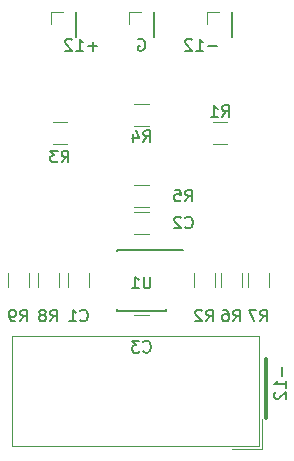
<source format=gbr>
G04 #@! TF.GenerationSoftware,KiCad,Pcbnew,(5.0.1)-4*
G04 #@! TF.CreationDate,2019-03-05T01:38:52-06:00*
G04 #@! TF.ProjectId,util_LFO,7574696C5F4C464F2E6B696361645F70,rev?*
G04 #@! TF.SameCoordinates,Original*
G04 #@! TF.FileFunction,Legend,Bot*
G04 #@! TF.FilePolarity,Positive*
%FSLAX46Y46*%
G04 Gerber Fmt 4.6, Leading zero omitted, Abs format (unit mm)*
G04 Created by KiCad (PCBNEW (5.0.1)-4) date 3/5/2019 1:38:52*
%MOMM*%
%LPD*%
G01*
G04 APERTURE LIST*
%ADD10C,0.300000*%
%ADD11C,0.150000*%
%ADD12C,0.120000*%
G04 APERTURE END LIST*
D10*
X106070400Y-88188800D02*
X106070400Y-93218000D01*
D11*
X107361028Y-88887466D02*
X107361028Y-89649371D01*
X107741980Y-90649371D02*
X107741980Y-90077942D01*
X107741980Y-90363657D02*
X106741980Y-90363657D01*
X106884838Y-90268419D01*
X106980076Y-90173180D01*
X107027695Y-90077942D01*
X106837219Y-91030323D02*
X106789600Y-91077942D01*
X106741980Y-91173180D01*
X106741980Y-91411276D01*
X106789600Y-91506514D01*
X106837219Y-91554133D01*
X106932457Y-91601752D01*
X107027695Y-91601752D01*
X107170552Y-91554133D01*
X107741980Y-90982704D01*
X107741980Y-91601752D01*
X95242095Y-61158500D02*
X95337333Y-61110880D01*
X95480190Y-61110880D01*
X95623047Y-61158500D01*
X95718285Y-61253738D01*
X95765904Y-61348976D01*
X95813523Y-61539452D01*
X95813523Y-61682309D01*
X95765904Y-61872785D01*
X95718285Y-61968023D01*
X95623047Y-62063261D01*
X95480190Y-62110880D01*
X95384952Y-62110880D01*
X95242095Y-62063261D01*
X95194476Y-62015642D01*
X95194476Y-61682309D01*
X95384952Y-61682309D01*
X101917333Y-61729928D02*
X101155428Y-61729928D01*
X100155428Y-62110880D02*
X100726857Y-62110880D01*
X100441142Y-62110880D02*
X100441142Y-61110880D01*
X100536380Y-61253738D01*
X100631619Y-61348976D01*
X100726857Y-61396595D01*
X99774476Y-61206119D02*
X99726857Y-61158500D01*
X99631619Y-61110880D01*
X99393523Y-61110880D01*
X99298285Y-61158500D01*
X99250666Y-61206119D01*
X99203047Y-61301357D01*
X99203047Y-61396595D01*
X99250666Y-61539452D01*
X99822095Y-62110880D01*
X99203047Y-62110880D01*
X91757333Y-61729928D02*
X90995428Y-61729928D01*
X91376380Y-62110880D02*
X91376380Y-61348976D01*
X89995428Y-62110880D02*
X90566857Y-62110880D01*
X90281142Y-62110880D02*
X90281142Y-61110880D01*
X90376380Y-61253738D01*
X90471619Y-61348976D01*
X90566857Y-61396595D01*
X89614476Y-61206119D02*
X89566857Y-61158500D01*
X89471619Y-61110880D01*
X89233523Y-61110880D01*
X89138285Y-61158500D01*
X89090666Y-61206119D01*
X89043047Y-61301357D01*
X89043047Y-61396595D01*
X89090666Y-61539452D01*
X89662095Y-62110880D01*
X89043047Y-62110880D01*
D12*
G04 #@! TO.C,J6*
X103168000Y-58820500D02*
X103168000Y-60940500D01*
X103108000Y-58820500D02*
X103168000Y-58820500D01*
X103108000Y-60940500D02*
X103168000Y-60940500D01*
X103108000Y-58820500D02*
X103108000Y-60940500D01*
X102108000Y-58820500D02*
X101048000Y-58820500D01*
X101048000Y-58820500D02*
X101048000Y-59880500D01*
G04 #@! TO.C,C1*
X91080000Y-82136064D02*
X91080000Y-80931936D01*
X89260000Y-82136064D02*
X89260000Y-80931936D01*
G04 #@! TO.C,C2*
X94901936Y-75798000D02*
X96106064Y-75798000D01*
X94901936Y-77618000D02*
X96106064Y-77618000D01*
G04 #@! TO.C,C3*
X94901936Y-86304800D02*
X96106064Y-86304800D01*
X94901936Y-84484800D02*
X96106064Y-84484800D01*
G04 #@! TO.C,J3*
X105426000Y-86257000D02*
X84566000Y-86257000D01*
X84566000Y-86257000D02*
X84566000Y-95607000D01*
X84566000Y-95607000D02*
X105426000Y-95607000D01*
X105426000Y-95607000D02*
X105426000Y-86257000D01*
X105676000Y-95857000D02*
X103136000Y-95857000D01*
X105676000Y-95857000D02*
X105676000Y-93317000D01*
G04 #@! TO.C,J4*
X89960000Y-58820500D02*
X89960000Y-60940500D01*
X89900000Y-58820500D02*
X89960000Y-58820500D01*
X89900000Y-60940500D02*
X89960000Y-60940500D01*
X89900000Y-58820500D02*
X89900000Y-60940500D01*
X88900000Y-58820500D02*
X87840000Y-58820500D01*
X87840000Y-58820500D02*
X87840000Y-59880500D01*
G04 #@! TO.C,J5*
X94444000Y-58820500D02*
X94444000Y-59880500D01*
X95504000Y-58820500D02*
X94444000Y-58820500D01*
X96504000Y-58820500D02*
X96504000Y-60940500D01*
X96504000Y-60940500D02*
X96564000Y-60940500D01*
X96504000Y-58820500D02*
X96564000Y-58820500D01*
X96564000Y-58820500D02*
X96564000Y-60940500D01*
G04 #@! TO.C,R2*
X99928000Y-80931936D02*
X99928000Y-82136064D01*
X101748000Y-80931936D02*
X101748000Y-82136064D01*
G04 #@! TO.C,R3*
X89184564Y-69998000D02*
X87980436Y-69998000D01*
X89184564Y-68178000D02*
X87980436Y-68178000D01*
G04 #@! TO.C,R5*
X94901936Y-75332000D02*
X96106064Y-75332000D01*
X94901936Y-73512000D02*
X96106064Y-73512000D01*
G04 #@! TO.C,R6*
X104034000Y-80931936D02*
X104034000Y-82136064D01*
X102214000Y-80931936D02*
X102214000Y-82136064D01*
G04 #@! TO.C,R7*
X104500000Y-80931936D02*
X104500000Y-82136064D01*
X106320000Y-80931936D02*
X106320000Y-82136064D01*
G04 #@! TO.C,R8*
X86720000Y-80931936D02*
X86720000Y-82136064D01*
X88540000Y-80931936D02*
X88540000Y-82136064D01*
G04 #@! TO.C,R9*
X86000000Y-80931936D02*
X86000000Y-82136064D01*
X84180000Y-80931936D02*
X84180000Y-82136064D01*
D11*
G04 #@! TO.C,U1*
X97579000Y-78959000D02*
X97579000Y-79009000D01*
X93429000Y-78959000D02*
X93429000Y-79104000D01*
X93429000Y-84109000D02*
X93429000Y-83964000D01*
X97579000Y-84109000D02*
X97579000Y-83964000D01*
X97579000Y-78959000D02*
X93429000Y-78959000D01*
X97579000Y-84109000D02*
X93429000Y-84109000D01*
X97579000Y-79009000D02*
X98979000Y-79009000D01*
D12*
G04 #@! TO.C,R4*
X96106064Y-66654000D02*
X94901936Y-66654000D01*
X96106064Y-68474000D02*
X94901936Y-68474000D01*
G04 #@! TO.C,R1*
X102760864Y-68178000D02*
X101556736Y-68178000D01*
X102760864Y-69998000D02*
X101556736Y-69998000D01*
G04 #@! TO.C,C1*
D11*
X90336666Y-84939142D02*
X90384285Y-84986761D01*
X90527142Y-85034380D01*
X90622380Y-85034380D01*
X90765238Y-84986761D01*
X90860476Y-84891523D01*
X90908095Y-84796285D01*
X90955714Y-84605809D01*
X90955714Y-84462952D01*
X90908095Y-84272476D01*
X90860476Y-84177238D01*
X90765238Y-84082000D01*
X90622380Y-84034380D01*
X90527142Y-84034380D01*
X90384285Y-84082000D01*
X90336666Y-84129619D01*
X89384285Y-85034380D02*
X89955714Y-85034380D01*
X89670000Y-85034380D02*
X89670000Y-84034380D01*
X89765238Y-84177238D01*
X89860476Y-84272476D01*
X89955714Y-84320095D01*
G04 #@! TO.C,C2*
X99226666Y-77065142D02*
X99274285Y-77112761D01*
X99417142Y-77160380D01*
X99512380Y-77160380D01*
X99655238Y-77112761D01*
X99750476Y-77017523D01*
X99798095Y-76922285D01*
X99845714Y-76731809D01*
X99845714Y-76588952D01*
X99798095Y-76398476D01*
X99750476Y-76303238D01*
X99655238Y-76208000D01*
X99512380Y-76160380D01*
X99417142Y-76160380D01*
X99274285Y-76208000D01*
X99226666Y-76255619D01*
X98845714Y-76255619D02*
X98798095Y-76208000D01*
X98702857Y-76160380D01*
X98464761Y-76160380D01*
X98369523Y-76208000D01*
X98321904Y-76255619D01*
X98274285Y-76350857D01*
X98274285Y-76446095D01*
X98321904Y-76588952D01*
X98893333Y-77160380D01*
X98274285Y-77160380D01*
G04 #@! TO.C,C3*
X95670666Y-87571942D02*
X95718285Y-87619561D01*
X95861142Y-87667180D01*
X95956380Y-87667180D01*
X96099238Y-87619561D01*
X96194476Y-87524323D01*
X96242095Y-87429085D01*
X96289714Y-87238609D01*
X96289714Y-87095752D01*
X96242095Y-86905276D01*
X96194476Y-86810038D01*
X96099238Y-86714800D01*
X95956380Y-86667180D01*
X95861142Y-86667180D01*
X95718285Y-86714800D01*
X95670666Y-86762419D01*
X95337333Y-86667180D02*
X94718285Y-86667180D01*
X95051619Y-87048133D01*
X94908761Y-87048133D01*
X94813523Y-87095752D01*
X94765904Y-87143371D01*
X94718285Y-87238609D01*
X94718285Y-87476704D01*
X94765904Y-87571942D01*
X94813523Y-87619561D01*
X94908761Y-87667180D01*
X95194476Y-87667180D01*
X95289714Y-87619561D01*
X95337333Y-87571942D01*
G04 #@! TO.C,R2*
X101004666Y-85034380D02*
X101338000Y-84558190D01*
X101576095Y-85034380D02*
X101576095Y-84034380D01*
X101195142Y-84034380D01*
X101099904Y-84082000D01*
X101052285Y-84129619D01*
X101004666Y-84224857D01*
X101004666Y-84367714D01*
X101052285Y-84462952D01*
X101099904Y-84510571D01*
X101195142Y-84558190D01*
X101576095Y-84558190D01*
X100623714Y-84129619D02*
X100576095Y-84082000D01*
X100480857Y-84034380D01*
X100242761Y-84034380D01*
X100147523Y-84082000D01*
X100099904Y-84129619D01*
X100052285Y-84224857D01*
X100052285Y-84320095D01*
X100099904Y-84462952D01*
X100671333Y-85034380D01*
X100052285Y-85034380D01*
G04 #@! TO.C,R3*
X88749166Y-71572380D02*
X89082500Y-71096190D01*
X89320595Y-71572380D02*
X89320595Y-70572380D01*
X88939642Y-70572380D01*
X88844404Y-70620000D01*
X88796785Y-70667619D01*
X88749166Y-70762857D01*
X88749166Y-70905714D01*
X88796785Y-71000952D01*
X88844404Y-71048571D01*
X88939642Y-71096190D01*
X89320595Y-71096190D01*
X88415833Y-70572380D02*
X87796785Y-70572380D01*
X88130119Y-70953333D01*
X87987261Y-70953333D01*
X87892023Y-71000952D01*
X87844404Y-71048571D01*
X87796785Y-71143809D01*
X87796785Y-71381904D01*
X87844404Y-71477142D01*
X87892023Y-71524761D01*
X87987261Y-71572380D01*
X88272976Y-71572380D01*
X88368214Y-71524761D01*
X88415833Y-71477142D01*
G04 #@! TO.C,R5*
X99226666Y-74874380D02*
X99560000Y-74398190D01*
X99798095Y-74874380D02*
X99798095Y-73874380D01*
X99417142Y-73874380D01*
X99321904Y-73922000D01*
X99274285Y-73969619D01*
X99226666Y-74064857D01*
X99226666Y-74207714D01*
X99274285Y-74302952D01*
X99321904Y-74350571D01*
X99417142Y-74398190D01*
X99798095Y-74398190D01*
X98321904Y-73874380D02*
X98798095Y-73874380D01*
X98845714Y-74350571D01*
X98798095Y-74302952D01*
X98702857Y-74255333D01*
X98464761Y-74255333D01*
X98369523Y-74302952D01*
X98321904Y-74350571D01*
X98274285Y-74445809D01*
X98274285Y-74683904D01*
X98321904Y-74779142D01*
X98369523Y-74826761D01*
X98464761Y-74874380D01*
X98702857Y-74874380D01*
X98798095Y-74826761D01*
X98845714Y-74779142D01*
G04 #@! TO.C,R6*
X103290666Y-85034380D02*
X103624000Y-84558190D01*
X103862095Y-85034380D02*
X103862095Y-84034380D01*
X103481142Y-84034380D01*
X103385904Y-84082000D01*
X103338285Y-84129619D01*
X103290666Y-84224857D01*
X103290666Y-84367714D01*
X103338285Y-84462952D01*
X103385904Y-84510571D01*
X103481142Y-84558190D01*
X103862095Y-84558190D01*
X102433523Y-84034380D02*
X102624000Y-84034380D01*
X102719238Y-84082000D01*
X102766857Y-84129619D01*
X102862095Y-84272476D01*
X102909714Y-84462952D01*
X102909714Y-84843904D01*
X102862095Y-84939142D01*
X102814476Y-84986761D01*
X102719238Y-85034380D01*
X102528761Y-85034380D01*
X102433523Y-84986761D01*
X102385904Y-84939142D01*
X102338285Y-84843904D01*
X102338285Y-84605809D01*
X102385904Y-84510571D01*
X102433523Y-84462952D01*
X102528761Y-84415333D01*
X102719238Y-84415333D01*
X102814476Y-84462952D01*
X102862095Y-84510571D01*
X102909714Y-84605809D01*
G04 #@! TO.C,R7*
X105576666Y-85034380D02*
X105910000Y-84558190D01*
X106148095Y-85034380D02*
X106148095Y-84034380D01*
X105767142Y-84034380D01*
X105671904Y-84082000D01*
X105624285Y-84129619D01*
X105576666Y-84224857D01*
X105576666Y-84367714D01*
X105624285Y-84462952D01*
X105671904Y-84510571D01*
X105767142Y-84558190D01*
X106148095Y-84558190D01*
X105243333Y-84034380D02*
X104576666Y-84034380D01*
X105005238Y-85034380D01*
G04 #@! TO.C,R8*
X87796666Y-85034380D02*
X88130000Y-84558190D01*
X88368095Y-85034380D02*
X88368095Y-84034380D01*
X87987142Y-84034380D01*
X87891904Y-84082000D01*
X87844285Y-84129619D01*
X87796666Y-84224857D01*
X87796666Y-84367714D01*
X87844285Y-84462952D01*
X87891904Y-84510571D01*
X87987142Y-84558190D01*
X88368095Y-84558190D01*
X87225238Y-84462952D02*
X87320476Y-84415333D01*
X87368095Y-84367714D01*
X87415714Y-84272476D01*
X87415714Y-84224857D01*
X87368095Y-84129619D01*
X87320476Y-84082000D01*
X87225238Y-84034380D01*
X87034761Y-84034380D01*
X86939523Y-84082000D01*
X86891904Y-84129619D01*
X86844285Y-84224857D01*
X86844285Y-84272476D01*
X86891904Y-84367714D01*
X86939523Y-84415333D01*
X87034761Y-84462952D01*
X87225238Y-84462952D01*
X87320476Y-84510571D01*
X87368095Y-84558190D01*
X87415714Y-84653428D01*
X87415714Y-84843904D01*
X87368095Y-84939142D01*
X87320476Y-84986761D01*
X87225238Y-85034380D01*
X87034761Y-85034380D01*
X86939523Y-84986761D01*
X86891904Y-84939142D01*
X86844285Y-84843904D01*
X86844285Y-84653428D01*
X86891904Y-84558190D01*
X86939523Y-84510571D01*
X87034761Y-84462952D01*
G04 #@! TO.C,R9*
X85256666Y-85034380D02*
X85590000Y-84558190D01*
X85828095Y-85034380D02*
X85828095Y-84034380D01*
X85447142Y-84034380D01*
X85351904Y-84082000D01*
X85304285Y-84129619D01*
X85256666Y-84224857D01*
X85256666Y-84367714D01*
X85304285Y-84462952D01*
X85351904Y-84510571D01*
X85447142Y-84558190D01*
X85828095Y-84558190D01*
X84780476Y-85034380D02*
X84590000Y-85034380D01*
X84494761Y-84986761D01*
X84447142Y-84939142D01*
X84351904Y-84796285D01*
X84304285Y-84605809D01*
X84304285Y-84224857D01*
X84351904Y-84129619D01*
X84399523Y-84082000D01*
X84494761Y-84034380D01*
X84685238Y-84034380D01*
X84780476Y-84082000D01*
X84828095Y-84129619D01*
X84875714Y-84224857D01*
X84875714Y-84462952D01*
X84828095Y-84558190D01*
X84780476Y-84605809D01*
X84685238Y-84653428D01*
X84494761Y-84653428D01*
X84399523Y-84605809D01*
X84351904Y-84558190D01*
X84304285Y-84462952D01*
G04 #@! TO.C,U1*
X96265904Y-81240380D02*
X96265904Y-82049904D01*
X96218285Y-82145142D01*
X96170666Y-82192761D01*
X96075428Y-82240380D01*
X95884952Y-82240380D01*
X95789714Y-82192761D01*
X95742095Y-82145142D01*
X95694476Y-82049904D01*
X95694476Y-81240380D01*
X94694476Y-82240380D02*
X95265904Y-82240380D01*
X94980190Y-82240380D02*
X94980190Y-81240380D01*
X95075428Y-81383238D01*
X95170666Y-81478476D01*
X95265904Y-81526095D01*
G04 #@! TO.C,R4*
X95670666Y-69845180D02*
X96004000Y-69368990D01*
X96242095Y-69845180D02*
X96242095Y-68845180D01*
X95861142Y-68845180D01*
X95765904Y-68892800D01*
X95718285Y-68940419D01*
X95670666Y-69035657D01*
X95670666Y-69178514D01*
X95718285Y-69273752D01*
X95765904Y-69321371D01*
X95861142Y-69368990D01*
X96242095Y-69368990D01*
X94813523Y-69178514D02*
X94813523Y-69845180D01*
X95051619Y-68797561D02*
X95289714Y-69511847D01*
X94670666Y-69511847D01*
G04 #@! TO.C,R1*
X102325466Y-67720380D02*
X102658800Y-67244190D01*
X102896895Y-67720380D02*
X102896895Y-66720380D01*
X102515942Y-66720380D01*
X102420704Y-66768000D01*
X102373085Y-66815619D01*
X102325466Y-66910857D01*
X102325466Y-67053714D01*
X102373085Y-67148952D01*
X102420704Y-67196571D01*
X102515942Y-67244190D01*
X102896895Y-67244190D01*
X101373085Y-67720380D02*
X101944514Y-67720380D01*
X101658800Y-67720380D02*
X101658800Y-66720380D01*
X101754038Y-66863238D01*
X101849276Y-66958476D01*
X101944514Y-67006095D01*
G04 #@! TD*
M02*

</source>
